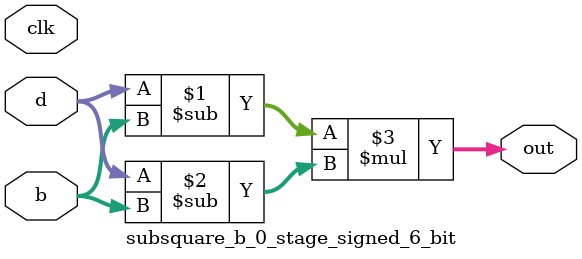
<source format=sv>
(* use_dsp = "yes" *) module subsquare_b_0_stage_signed_6_bit(
	input signed [5:0] b,
	input signed [5:0] d,
	output [5:0] out,
	input clk);

	assign out = (d - b) * (d - b);
endmodule

</source>
